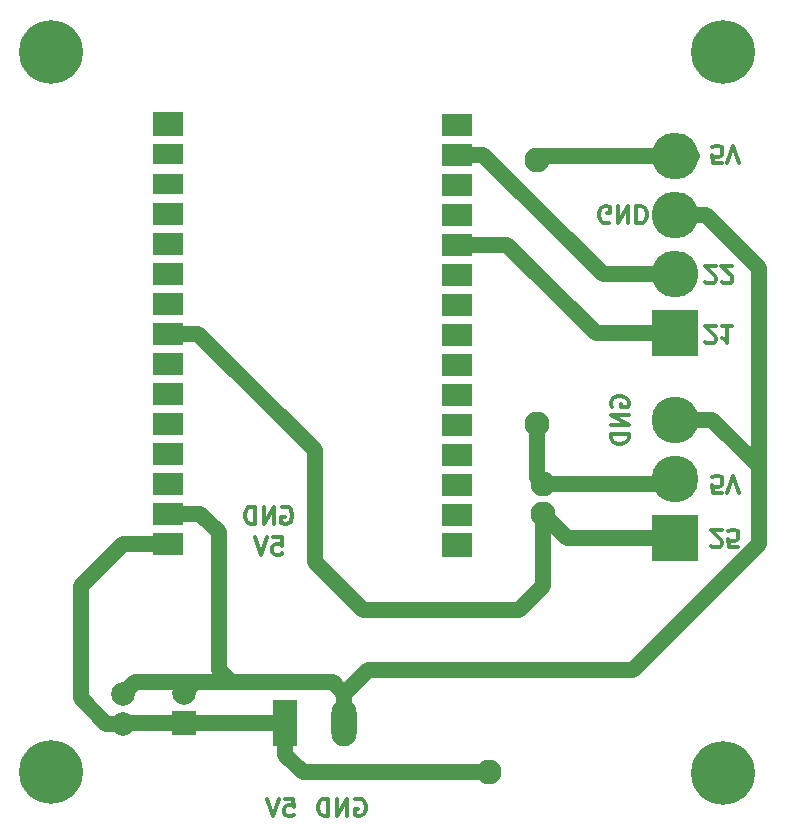
<source format=gbr>
%TF.GenerationSoftware,KiCad,Pcbnew,7.0.3*%
%TF.CreationDate,2023-06-20T17:30:00-05:00*%
%TF.ProjectId,ambient_measurement,616d6269-656e-4745-9f6d-656173757265,rev?*%
%TF.SameCoordinates,Original*%
%TF.FileFunction,Copper,L2,Bot*%
%TF.FilePolarity,Positive*%
%FSLAX46Y46*%
G04 Gerber Fmt 4.6, Leading zero omitted, Abs format (unit mm)*
G04 Created by KiCad (PCBNEW 7.0.3) date 2023-06-20 17:30:00*
%MOMM*%
%LPD*%
G01*
G04 APERTURE LIST*
%ADD10C,0.300000*%
%TA.AperFunction,NonConductor*%
%ADD11C,0.300000*%
%TD*%
%TA.AperFunction,ComponentPad*%
%ADD12C,5.400000*%
%TD*%
%TA.AperFunction,ComponentPad*%
%ADD13R,2.125000X3.960000*%
%TD*%
%TA.AperFunction,ComponentPad*%
%ADD14O,2.125000X3.960000*%
%TD*%
%TA.AperFunction,ComponentPad*%
%ADD15C,2.125000*%
%TD*%
%TA.AperFunction,ComponentPad*%
%ADD16O,2.125000X2.125000*%
%TD*%
%TA.AperFunction,ComponentPad*%
%ADD17R,2.000000X2.000000*%
%TD*%
%TA.AperFunction,ComponentPad*%
%ADD18C,2.000000*%
%TD*%
%TA.AperFunction,ComponentPad*%
%ADD19R,3.960000X3.960000*%
%TD*%
%TA.AperFunction,ComponentPad*%
%ADD20C,3.960000*%
%TD*%
%TA.AperFunction,ComponentPad*%
%ADD21O,3.960000X3.960000*%
%TD*%
%TA.AperFunction,ComponentPad*%
%ADD22R,2.540000X2.000000*%
%TD*%
%TA.AperFunction,ComponentPad*%
%ADD23R,2.540000X1.950000*%
%TD*%
%TA.AperFunction,ComponentPad*%
%ADD24R,2.540000X2.100000*%
%TD*%
%TA.AperFunction,ComponentPad*%
%ADD25R,2.540000X1.740000*%
%TD*%
%TA.AperFunction,ViaPad*%
%ADD26C,2.125000*%
%TD*%
%TA.AperFunction,Conductor*%
%ADD27C,1.330000*%
%TD*%
G04 APERTURE END LIST*
D10*
D11*
X142877845Y-125643328D02*
X143592131Y-125643328D01*
X143592131Y-125643328D02*
X143663559Y-126357614D01*
X143663559Y-126357614D02*
X143592131Y-126286185D01*
X143592131Y-126286185D02*
X143449274Y-126214757D01*
X143449274Y-126214757D02*
X143092131Y-126214757D01*
X143092131Y-126214757D02*
X142949274Y-126286185D01*
X142949274Y-126286185D02*
X142877845Y-126357614D01*
X142877845Y-126357614D02*
X142806416Y-126500471D01*
X142806416Y-126500471D02*
X142806416Y-126857614D01*
X142806416Y-126857614D02*
X142877845Y-127000471D01*
X142877845Y-127000471D02*
X142949274Y-127071900D01*
X142949274Y-127071900D02*
X143092131Y-127143328D01*
X143092131Y-127143328D02*
X143449274Y-127143328D01*
X143449274Y-127143328D02*
X143592131Y-127071900D01*
X143592131Y-127071900D02*
X143663559Y-127000471D01*
X142377845Y-125643328D02*
X141877845Y-127143328D01*
X141877845Y-127143328D02*
X141377845Y-125643328D01*
D10*
D11*
X170344011Y-76883242D02*
X170201154Y-76954671D01*
X170201154Y-76954671D02*
X169986868Y-76954671D01*
X169986868Y-76954671D02*
X169772582Y-76883242D01*
X169772582Y-76883242D02*
X169629725Y-76740385D01*
X169629725Y-76740385D02*
X169558296Y-76597528D01*
X169558296Y-76597528D02*
X169486868Y-76311814D01*
X169486868Y-76311814D02*
X169486868Y-76097528D01*
X169486868Y-76097528D02*
X169558296Y-75811814D01*
X169558296Y-75811814D02*
X169629725Y-75668957D01*
X169629725Y-75668957D02*
X169772582Y-75526100D01*
X169772582Y-75526100D02*
X169986868Y-75454671D01*
X169986868Y-75454671D02*
X170129725Y-75454671D01*
X170129725Y-75454671D02*
X170344011Y-75526100D01*
X170344011Y-75526100D02*
X170415439Y-75597528D01*
X170415439Y-75597528D02*
X170415439Y-76097528D01*
X170415439Y-76097528D02*
X170129725Y-76097528D01*
X171058296Y-75454671D02*
X171058296Y-76954671D01*
X171058296Y-76954671D02*
X171915439Y-75454671D01*
X171915439Y-75454671D02*
X171915439Y-76954671D01*
X172629725Y-75454671D02*
X172629725Y-76954671D01*
X172629725Y-76954671D02*
X172986868Y-76954671D01*
X172986868Y-76954671D02*
X173201154Y-76883242D01*
X173201154Y-76883242D02*
X173344011Y-76740385D01*
X173344011Y-76740385D02*
X173415440Y-76597528D01*
X173415440Y-76597528D02*
X173486868Y-76311814D01*
X173486868Y-76311814D02*
X173486868Y-76097528D01*
X173486868Y-76097528D02*
X173415440Y-75811814D01*
X173415440Y-75811814D02*
X173344011Y-75668957D01*
X173344011Y-75668957D02*
X173201154Y-75526100D01*
X173201154Y-75526100D02*
X172986868Y-75454671D01*
X172986868Y-75454671D02*
X172629725Y-75454671D01*
D10*
D11*
X178472011Y-81891814D02*
X178543439Y-81963242D01*
X178543439Y-81963242D02*
X178686297Y-82034671D01*
X178686297Y-82034671D02*
X179043439Y-82034671D01*
X179043439Y-82034671D02*
X179186297Y-81963242D01*
X179186297Y-81963242D02*
X179257725Y-81891814D01*
X179257725Y-81891814D02*
X179329154Y-81748957D01*
X179329154Y-81748957D02*
X179329154Y-81606100D01*
X179329154Y-81606100D02*
X179257725Y-81391814D01*
X179257725Y-81391814D02*
X178400582Y-80534671D01*
X178400582Y-80534671D02*
X179329154Y-80534671D01*
X179900582Y-81891814D02*
X179972010Y-81963242D01*
X179972010Y-81963242D02*
X180114868Y-82034671D01*
X180114868Y-82034671D02*
X180472010Y-82034671D01*
X180472010Y-82034671D02*
X180614868Y-81963242D01*
X180614868Y-81963242D02*
X180686296Y-81891814D01*
X180686296Y-81891814D02*
X180757725Y-81748957D01*
X180757725Y-81748957D02*
X180757725Y-81606100D01*
X180757725Y-81606100D02*
X180686296Y-81391814D01*
X180686296Y-81391814D02*
X179829153Y-80534671D01*
X179829153Y-80534671D02*
X180757725Y-80534671D01*
D10*
D11*
X178980011Y-104243814D02*
X179051439Y-104315242D01*
X179051439Y-104315242D02*
X179194297Y-104386671D01*
X179194297Y-104386671D02*
X179551439Y-104386671D01*
X179551439Y-104386671D02*
X179694297Y-104315242D01*
X179694297Y-104315242D02*
X179765725Y-104243814D01*
X179765725Y-104243814D02*
X179837154Y-104100957D01*
X179837154Y-104100957D02*
X179837154Y-103958100D01*
X179837154Y-103958100D02*
X179765725Y-103743814D01*
X179765725Y-103743814D02*
X178908582Y-102886671D01*
X178908582Y-102886671D02*
X179837154Y-102886671D01*
X181194296Y-104386671D02*
X180480010Y-104386671D01*
X180480010Y-104386671D02*
X180408582Y-103672385D01*
X180408582Y-103672385D02*
X180480010Y-103743814D01*
X180480010Y-103743814D02*
X180622868Y-103815242D01*
X180622868Y-103815242D02*
X180980010Y-103815242D01*
X180980010Y-103815242D02*
X181122868Y-103743814D01*
X181122868Y-103743814D02*
X181194296Y-103672385D01*
X181194296Y-103672385D02*
X181265725Y-103529528D01*
X181265725Y-103529528D02*
X181265725Y-103172385D01*
X181265725Y-103172385D02*
X181194296Y-103029528D01*
X181194296Y-103029528D02*
X181122868Y-102958100D01*
X181122868Y-102958100D02*
X180980010Y-102886671D01*
X180980010Y-102886671D02*
X180622868Y-102886671D01*
X180622868Y-102886671D02*
X180480010Y-102958100D01*
X180480010Y-102958100D02*
X180408582Y-103029528D01*
D10*
D11*
X179837154Y-71874671D02*
X179122868Y-71874671D01*
X179122868Y-71874671D02*
X179051440Y-71160385D01*
X179051440Y-71160385D02*
X179122868Y-71231814D01*
X179122868Y-71231814D02*
X179265726Y-71303242D01*
X179265726Y-71303242D02*
X179622868Y-71303242D01*
X179622868Y-71303242D02*
X179765726Y-71231814D01*
X179765726Y-71231814D02*
X179837154Y-71160385D01*
X179837154Y-71160385D02*
X179908583Y-71017528D01*
X179908583Y-71017528D02*
X179908583Y-70660385D01*
X179908583Y-70660385D02*
X179837154Y-70517528D01*
X179837154Y-70517528D02*
X179765726Y-70446100D01*
X179765726Y-70446100D02*
X179622868Y-70374671D01*
X179622868Y-70374671D02*
X179265726Y-70374671D01*
X179265726Y-70374671D02*
X179122868Y-70446100D01*
X179122868Y-70446100D02*
X179051440Y-70517528D01*
X180337154Y-71874671D02*
X180837154Y-70374671D01*
X180837154Y-70374671D02*
X181337154Y-71874671D01*
D10*
D11*
X148834988Y-125714757D02*
X148977846Y-125643328D01*
X148977846Y-125643328D02*
X149192131Y-125643328D01*
X149192131Y-125643328D02*
X149406417Y-125714757D01*
X149406417Y-125714757D02*
X149549274Y-125857614D01*
X149549274Y-125857614D02*
X149620703Y-126000471D01*
X149620703Y-126000471D02*
X149692131Y-126286185D01*
X149692131Y-126286185D02*
X149692131Y-126500471D01*
X149692131Y-126500471D02*
X149620703Y-126786185D01*
X149620703Y-126786185D02*
X149549274Y-126929042D01*
X149549274Y-126929042D02*
X149406417Y-127071900D01*
X149406417Y-127071900D02*
X149192131Y-127143328D01*
X149192131Y-127143328D02*
X149049274Y-127143328D01*
X149049274Y-127143328D02*
X148834988Y-127071900D01*
X148834988Y-127071900D02*
X148763560Y-127000471D01*
X148763560Y-127000471D02*
X148763560Y-126500471D01*
X148763560Y-126500471D02*
X149049274Y-126500471D01*
X148120703Y-127143328D02*
X148120703Y-125643328D01*
X148120703Y-125643328D02*
X147263560Y-127143328D01*
X147263560Y-127143328D02*
X147263560Y-125643328D01*
X146549274Y-127143328D02*
X146549274Y-125643328D01*
X146549274Y-125643328D02*
X146192131Y-125643328D01*
X146192131Y-125643328D02*
X145977845Y-125714757D01*
X145977845Y-125714757D02*
X145834988Y-125857614D01*
X145834988Y-125857614D02*
X145763559Y-126000471D01*
X145763559Y-126000471D02*
X145692131Y-126286185D01*
X145692131Y-126286185D02*
X145692131Y-126500471D01*
X145692131Y-126500471D02*
X145763559Y-126786185D01*
X145763559Y-126786185D02*
X145834988Y-126929042D01*
X145834988Y-126929042D02*
X145977845Y-127071900D01*
X145977845Y-127071900D02*
X146192131Y-127143328D01*
X146192131Y-127143328D02*
X146549274Y-127143328D01*
D10*
D11*
X142634988Y-100990757D02*
X142777846Y-100919328D01*
X142777846Y-100919328D02*
X142992131Y-100919328D01*
X142992131Y-100919328D02*
X143206417Y-100990757D01*
X143206417Y-100990757D02*
X143349274Y-101133614D01*
X143349274Y-101133614D02*
X143420703Y-101276471D01*
X143420703Y-101276471D02*
X143492131Y-101562185D01*
X143492131Y-101562185D02*
X143492131Y-101776471D01*
X143492131Y-101776471D02*
X143420703Y-102062185D01*
X143420703Y-102062185D02*
X143349274Y-102205042D01*
X143349274Y-102205042D02*
X143206417Y-102347900D01*
X143206417Y-102347900D02*
X142992131Y-102419328D01*
X142992131Y-102419328D02*
X142849274Y-102419328D01*
X142849274Y-102419328D02*
X142634988Y-102347900D01*
X142634988Y-102347900D02*
X142563560Y-102276471D01*
X142563560Y-102276471D02*
X142563560Y-101776471D01*
X142563560Y-101776471D02*
X142849274Y-101776471D01*
X141920703Y-102419328D02*
X141920703Y-100919328D01*
X141920703Y-100919328D02*
X141063560Y-102419328D01*
X141063560Y-102419328D02*
X141063560Y-100919328D01*
X140349274Y-102419328D02*
X140349274Y-100919328D01*
X140349274Y-100919328D02*
X139992131Y-100919328D01*
X139992131Y-100919328D02*
X139777845Y-100990757D01*
X139777845Y-100990757D02*
X139634988Y-101133614D01*
X139634988Y-101133614D02*
X139563559Y-101276471D01*
X139563559Y-101276471D02*
X139492131Y-101562185D01*
X139492131Y-101562185D02*
X139492131Y-101776471D01*
X139492131Y-101776471D02*
X139563559Y-102062185D01*
X139563559Y-102062185D02*
X139634988Y-102205042D01*
X139634988Y-102205042D02*
X139777845Y-102347900D01*
X139777845Y-102347900D02*
X139992131Y-102419328D01*
X139992131Y-102419328D02*
X140349274Y-102419328D01*
D10*
D11*
X178472011Y-86971814D02*
X178543439Y-87043242D01*
X178543439Y-87043242D02*
X178686297Y-87114671D01*
X178686297Y-87114671D02*
X179043439Y-87114671D01*
X179043439Y-87114671D02*
X179186297Y-87043242D01*
X179186297Y-87043242D02*
X179257725Y-86971814D01*
X179257725Y-86971814D02*
X179329154Y-86828957D01*
X179329154Y-86828957D02*
X179329154Y-86686100D01*
X179329154Y-86686100D02*
X179257725Y-86471814D01*
X179257725Y-86471814D02*
X178400582Y-85614671D01*
X178400582Y-85614671D02*
X179329154Y-85614671D01*
X180757725Y-85614671D02*
X179900582Y-85614671D01*
X180329153Y-85614671D02*
X180329153Y-87114671D01*
X180329153Y-87114671D02*
X180186296Y-86900385D01*
X180186296Y-86900385D02*
X180043439Y-86757528D01*
X180043439Y-86757528D02*
X179900582Y-86686100D01*
D10*
D11*
X141877845Y-103519328D02*
X142592131Y-103519328D01*
X142592131Y-103519328D02*
X142663559Y-104233614D01*
X142663559Y-104233614D02*
X142592131Y-104162185D01*
X142592131Y-104162185D02*
X142449274Y-104090757D01*
X142449274Y-104090757D02*
X142092131Y-104090757D01*
X142092131Y-104090757D02*
X141949274Y-104162185D01*
X141949274Y-104162185D02*
X141877845Y-104233614D01*
X141877845Y-104233614D02*
X141806416Y-104376471D01*
X141806416Y-104376471D02*
X141806416Y-104733614D01*
X141806416Y-104733614D02*
X141877845Y-104876471D01*
X141877845Y-104876471D02*
X141949274Y-104947900D01*
X141949274Y-104947900D02*
X142092131Y-105019328D01*
X142092131Y-105019328D02*
X142449274Y-105019328D01*
X142449274Y-105019328D02*
X142592131Y-104947900D01*
X142592131Y-104947900D02*
X142663559Y-104876471D01*
X141377845Y-103519328D02*
X140877845Y-105019328D01*
X140877845Y-105019328D02*
X140377845Y-103519328D01*
D10*
D11*
X170539257Y-92459511D02*
X170467828Y-92316654D01*
X170467828Y-92316654D02*
X170467828Y-92102368D01*
X170467828Y-92102368D02*
X170539257Y-91888082D01*
X170539257Y-91888082D02*
X170682114Y-91745225D01*
X170682114Y-91745225D02*
X170824971Y-91673796D01*
X170824971Y-91673796D02*
X171110685Y-91602368D01*
X171110685Y-91602368D02*
X171324971Y-91602368D01*
X171324971Y-91602368D02*
X171610685Y-91673796D01*
X171610685Y-91673796D02*
X171753542Y-91745225D01*
X171753542Y-91745225D02*
X171896400Y-91888082D01*
X171896400Y-91888082D02*
X171967828Y-92102368D01*
X171967828Y-92102368D02*
X171967828Y-92245225D01*
X171967828Y-92245225D02*
X171896400Y-92459511D01*
X171896400Y-92459511D02*
X171824971Y-92530939D01*
X171824971Y-92530939D02*
X171324971Y-92530939D01*
X171324971Y-92530939D02*
X171324971Y-92245225D01*
X171967828Y-93173796D02*
X170467828Y-93173796D01*
X170467828Y-93173796D02*
X171967828Y-94030939D01*
X171967828Y-94030939D02*
X170467828Y-94030939D01*
X171967828Y-94745225D02*
X170467828Y-94745225D01*
X170467828Y-94745225D02*
X170467828Y-95102368D01*
X170467828Y-95102368D02*
X170539257Y-95316654D01*
X170539257Y-95316654D02*
X170682114Y-95459511D01*
X170682114Y-95459511D02*
X170824971Y-95530940D01*
X170824971Y-95530940D02*
X171110685Y-95602368D01*
X171110685Y-95602368D02*
X171324971Y-95602368D01*
X171324971Y-95602368D02*
X171610685Y-95530940D01*
X171610685Y-95530940D02*
X171753542Y-95459511D01*
X171753542Y-95459511D02*
X171896400Y-95316654D01*
X171896400Y-95316654D02*
X171967828Y-95102368D01*
X171967828Y-95102368D02*
X171967828Y-94745225D01*
D10*
D11*
X179837154Y-99814671D02*
X179122868Y-99814671D01*
X179122868Y-99814671D02*
X179051440Y-99100385D01*
X179051440Y-99100385D02*
X179122868Y-99171814D01*
X179122868Y-99171814D02*
X179265726Y-99243242D01*
X179265726Y-99243242D02*
X179622868Y-99243242D01*
X179622868Y-99243242D02*
X179765726Y-99171814D01*
X179765726Y-99171814D02*
X179837154Y-99100385D01*
X179837154Y-99100385D02*
X179908583Y-98957528D01*
X179908583Y-98957528D02*
X179908583Y-98600385D01*
X179908583Y-98600385D02*
X179837154Y-98457528D01*
X179837154Y-98457528D02*
X179765726Y-98386100D01*
X179765726Y-98386100D02*
X179622868Y-98314671D01*
X179622868Y-98314671D02*
X179265726Y-98314671D01*
X179265726Y-98314671D02*
X179122868Y-98386100D01*
X179122868Y-98386100D02*
X179051440Y-98457528D01*
X180337154Y-99814671D02*
X180837154Y-98314671D01*
X180837154Y-98314671D02*
X181337154Y-99814671D01*
D12*
%TO.P,H2,1*%
%TO.N,N/C*%
X179925500Y-123477000D03*
%TD*%
D13*
%TO.P,5V1,1,Pin_1*%
%TO.N,5v*%
X142884388Y-119233000D03*
D14*
%TO.P,5V1,2,Pin_2*%
%TO.N,GND5V*%
X147884388Y-119233000D03*
%TD*%
D15*
%TO.P,R1,1*%
%TO.N,5v*%
X164685500Y-98993000D03*
D16*
%TO.P,R1,2*%
%TO.N,D25*%
X164685500Y-101533000D03*
%TD*%
D17*
%TO.P,C1,1*%
%TO.N,5v*%
X134285500Y-119226112D03*
D18*
%TO.P,C1,2*%
%TO.N,GND5V*%
X134285500Y-116726112D03*
%TD*%
D19*
%TO.P,J1,1,Pin_1*%
%TO.N,D25*%
X175861500Y-103565000D03*
D20*
%TO.P,J1,2,Pin_2*%
%TO.N,5v*%
X175861500Y-98565000D03*
%TO.P,J1,3,Pin_3*%
%TO.N,GND5V*%
X175861500Y-93565000D03*
%TD*%
D19*
%TO.P,J2,1,Pin_1*%
%TO.N,D21*%
X175861500Y-86213000D03*
D21*
%TO.P,J2,2,Pin_2*%
%TO.N,D22*%
X175861500Y-81213000D03*
%TO.P,J2,3,Pin_3*%
%TO.N,GND5V*%
X175861500Y-76213000D03*
%TO.P,J2,4,Pin_4*%
%TO.N,5v*%
X175861500Y-71213000D03*
%TD*%
D12*
%TO.P,H4,1*%
%TO.N,N/C*%
X179925500Y-62417000D03*
%TD*%
D18*
%TO.P,C2,1*%
%TO.N,5v*%
X129125500Y-119313000D03*
%TO.P,C2,2*%
%TO.N,GND5V*%
X129125500Y-116813000D03*
%TD*%
D22*
%TO.P,J_esp1,1,Pin_1*%
%TO.N,3V3*%
X157480000Y-104140000D03*
D23*
%TO.P,J_esp1,2,Pin_2*%
%TO.N,GND2*%
X157480000Y-101600000D03*
%TO.P,J_esp1,3,Pin_3*%
%TO.N,D15*%
X157480000Y-99060000D03*
%TO.P,J_esp1,4,Pin_4*%
%TO.N,D2*%
X157480000Y-96520000D03*
%TO.P,J_esp1,5,Pin_5*%
%TO.N,D4*%
X157480000Y-93980000D03*
%TO.P,J_esp1,6,Pin_6*%
%TO.N,RX2*%
X157480000Y-91440000D03*
%TO.P,J_esp1,7,Pin_7*%
%TO.N,TX2*%
X157480000Y-88900000D03*
%TO.P,J_esp1,8,Pin_8*%
%TO.N,D5*%
X157480000Y-86360000D03*
%TO.P,J_esp1,9,Pin_9*%
%TO.N,D18*%
X157480000Y-83820000D03*
%TO.P,J_esp1,10,Pin_10*%
%TO.N,D19*%
X157480000Y-81280000D03*
%TO.P,J_esp1,11,Pin_11*%
%TO.N,D21*%
X157480000Y-78740000D03*
%TO.P,J_esp1,12,Pin_12*%
%TO.N,RX0*%
X157480000Y-76200000D03*
%TO.P,J_esp1,13,Pin_13*%
%TO.N,TX0*%
X157480000Y-73660000D03*
%TO.P,J_esp1,14,Pin_14*%
%TO.N,D22*%
X157480000Y-71120000D03*
%TO.P,J_esp1,15,Pin_15*%
%TO.N,D23*%
X157480000Y-68580000D03*
%TD*%
D12*
%TO.P,H3,1*%
%TO.N,N/C*%
X123029500Y-123377000D03*
%TD*%
D24*
%TO.P,J_esp0,1,Pin_1*%
%TO.N,EN*%
X132939500Y-68501000D03*
D25*
%TO.P,J_esp0,2,Pin_2*%
%TO.N,VP*%
X132939500Y-71041000D03*
%TO.P,J_esp0,3,Pin_3*%
%TO.N,VN*%
X132939500Y-73581000D03*
D23*
%TO.P,J_esp0,4,Pin_4*%
%TO.N,D34*%
X132939500Y-76121000D03*
%TO.P,J_esp0,5,Pin_5*%
%TO.N,D35*%
X132939500Y-78661000D03*
%TO.P,J_esp0,6,Pin_6*%
%TO.N,D32*%
X132939500Y-81201000D03*
%TO.P,J_esp0,7,Pin_7*%
%TO.N,D33*%
X132939500Y-83741000D03*
%TO.P,J_esp0,8,Pin_8*%
%TO.N,D25*%
X132939500Y-86281000D03*
%TO.P,J_esp0,9,Pin_9*%
%TO.N,D26*%
X132939500Y-88821000D03*
%TO.P,J_esp0,10,Pin_10*%
%TO.N,D27*%
X132939500Y-91361000D03*
%TO.P,J_esp0,11,Pin_11*%
%TO.N,D14*%
X132939500Y-93901000D03*
%TO.P,J_esp0,12,Pin_12*%
%TO.N,D12*%
X132939500Y-96441000D03*
%TO.P,J_esp0,13,Pin_13*%
%TO.N,D13*%
X132939500Y-98981000D03*
%TO.P,J_esp0,14,Pin_14*%
%TO.N,GND5V*%
X132939500Y-101521000D03*
%TO.P,J_esp0,15,Pin_15*%
%TO.N,5v*%
X132939500Y-104061000D03*
%TD*%
D12*
%TO.P,H1,1*%
%TO.N,N/C*%
X123029500Y-62417000D03*
%TD*%
D26*
%TO.N,5v*%
X164177500Y-71561000D03*
X160113500Y-123417000D03*
X164177500Y-93913000D03*
%TD*%
D27*
%TO.N,5v*%
X129125500Y-119313000D02*
X127711287Y-119313000D01*
X127711287Y-119313000D02*
X125569500Y-117171213D01*
X125569500Y-117171213D02*
X125569500Y-107629000D01*
X125569500Y-107629000D02*
X129137500Y-104061000D01*
X129137500Y-104061000D02*
X132939500Y-104061000D01*
X144365500Y-123417000D02*
X160113500Y-123417000D01*
X175433500Y-98993000D02*
X175861500Y-98565000D01*
X164177500Y-71561000D02*
X164525500Y-71213000D01*
X177353500Y-71213000D02*
X175861500Y-71213000D01*
X142884388Y-119233000D02*
X142884388Y-119438112D01*
X164525500Y-71213000D02*
X175861500Y-71213000D01*
X129205500Y-119233000D02*
X129125500Y-119313000D01*
X164177500Y-93913000D02*
X164177500Y-98485000D01*
X142884388Y-121935888D02*
X144365500Y-123417000D01*
X164177500Y-98485000D02*
X164685500Y-98993000D01*
X142884388Y-119233000D02*
X129205500Y-119233000D01*
X142884388Y-119233000D02*
X142884388Y-121935888D01*
X164685500Y-98993000D02*
X175433500Y-98993000D01*
%TO.N,GND5V*%
X147884388Y-119233000D02*
X147884388Y-116775888D01*
X182973500Y-104073000D02*
X172305500Y-114741000D01*
X182973500Y-97469000D02*
X182973500Y-104073000D01*
X149919276Y-114741000D02*
X147884388Y-116775888D01*
X175861500Y-93565000D02*
X179069500Y-93565000D01*
X135705500Y-101521000D02*
X132939500Y-101521000D01*
X182973500Y-80705000D02*
X178481500Y-76213000D01*
X135214612Y-115797000D02*
X134285500Y-116726112D01*
X130141500Y-115797000D02*
X129125500Y-116813000D01*
X179069500Y-93565000D02*
X182973500Y-97469000D01*
X182973500Y-98485000D02*
X182973500Y-80705000D01*
X147884388Y-116775888D02*
X146905500Y-115797000D01*
X178481500Y-76213000D02*
X175861500Y-76213000D01*
X138269500Y-115797000D02*
X135214612Y-115797000D01*
X138269500Y-115797000D02*
X137253500Y-114781000D01*
X134198612Y-116813000D02*
X134285500Y-116726112D01*
X137253500Y-103069000D02*
X135705500Y-101521000D01*
X135214612Y-115797000D02*
X130141500Y-115797000D01*
X146905500Y-115797000D02*
X138269500Y-115797000D01*
X137253500Y-114781000D02*
X137253500Y-103069000D01*
X172305500Y-114741000D02*
X149919276Y-114741000D01*
%TO.N,D25*%
X135539500Y-86281000D02*
X145381500Y-96123000D01*
X145381500Y-105597000D02*
X149445500Y-109661000D01*
X162653500Y-109661000D02*
X164685500Y-107629000D01*
X145381500Y-96123000D02*
X145381500Y-105597000D01*
X149445500Y-109661000D02*
X162653500Y-109661000D01*
X164685500Y-107629000D02*
X164685500Y-101533000D01*
X164685500Y-101533000D02*
X166717500Y-103565000D01*
X166717500Y-103565000D02*
X175861500Y-103565000D01*
X132939500Y-86281000D02*
X135539500Y-86281000D01*
%TO.N,D27*%
X132719500Y-91141000D02*
X132939500Y-91361000D01*
%TO.N,D14*%
X132927500Y-93913000D02*
X132939500Y-93901000D01*
%TO.N,D12*%
X132927500Y-96453000D02*
X132939500Y-96441000D01*
%TO.N,D21*%
X175861500Y-86213000D02*
X169177500Y-86213000D01*
X161704500Y-78740000D02*
X157480000Y-78740000D01*
X169177500Y-86213000D02*
X161704500Y-78740000D01*
%TO.N,D22*%
X159672500Y-71120000D02*
X157480000Y-71120000D01*
X175861500Y-81213000D02*
X169765500Y-81213000D01*
X169765500Y-81213000D02*
X159672500Y-71120000D01*
%TD*%
M02*

</source>
